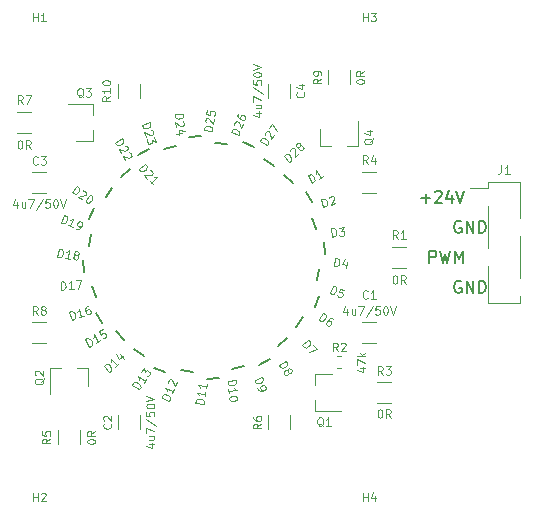
<source format=gbr>
G04 #@! TF.GenerationSoftware,KiCad,Pcbnew,5.1.8-db9833491~87~ubuntu20.04.1*
G04 #@! TF.CreationDate,2020-11-24T17:51:12+00:00*
G04 #@! TF.ProjectId,LEDring,4c454472-696e-4672-9e6b-696361645f70,rev?*
G04 #@! TF.SameCoordinates,Original*
G04 #@! TF.FileFunction,Legend,Top*
G04 #@! TF.FilePolarity,Positive*
%FSLAX46Y46*%
G04 Gerber Fmt 4.6, Leading zero omitted, Abs format (unit mm)*
G04 Created by KiCad (PCBNEW 5.1.8-db9833491~87~ubuntu20.04.1) date 2020-11-24 17:51:12*
%MOMM*%
%LPD*%
G01*
G04 APERTURE LIST*
%ADD10C,0.150000*%
%ADD11C,0.120000*%
%ADD12C,0.110000*%
G04 APERTURE END LIST*
D10*
X199546785Y-73160000D02*
X199451547Y-73112380D01*
X199308690Y-73112380D01*
X199165833Y-73160000D01*
X199070595Y-73255238D01*
X199022976Y-73350476D01*
X198975357Y-73540952D01*
X198975357Y-73683809D01*
X199022976Y-73874285D01*
X199070595Y-73969523D01*
X199165833Y-74064761D01*
X199308690Y-74112380D01*
X199403928Y-74112380D01*
X199546785Y-74064761D01*
X199594404Y-74017142D01*
X199594404Y-73683809D01*
X199403928Y-73683809D01*
X200022976Y-74112380D02*
X200022976Y-73112380D01*
X200594404Y-74112380D01*
X200594404Y-73112380D01*
X201070595Y-74112380D02*
X201070595Y-73112380D01*
X201308690Y-73112380D01*
X201451547Y-73160000D01*
X201546785Y-73255238D01*
X201594404Y-73350476D01*
X201642023Y-73540952D01*
X201642023Y-73683809D01*
X201594404Y-73874285D01*
X201546785Y-73969523D01*
X201451547Y-74064761D01*
X201308690Y-74112380D01*
X201070595Y-74112380D01*
X199546785Y-78240000D02*
X199451547Y-78192380D01*
X199308690Y-78192380D01*
X199165833Y-78240000D01*
X199070595Y-78335238D01*
X199022976Y-78430476D01*
X198975357Y-78620952D01*
X198975357Y-78763809D01*
X199022976Y-78954285D01*
X199070595Y-79049523D01*
X199165833Y-79144761D01*
X199308690Y-79192380D01*
X199403928Y-79192380D01*
X199546785Y-79144761D01*
X199594404Y-79097142D01*
X199594404Y-78763809D01*
X199403928Y-78763809D01*
X200022976Y-79192380D02*
X200022976Y-78192380D01*
X200594404Y-79192380D01*
X200594404Y-78192380D01*
X201070595Y-79192380D02*
X201070595Y-78192380D01*
X201308690Y-78192380D01*
X201451547Y-78240000D01*
X201546785Y-78335238D01*
X201594404Y-78430476D01*
X201642023Y-78620952D01*
X201642023Y-78763809D01*
X201594404Y-78954285D01*
X201546785Y-79049523D01*
X201451547Y-79144761D01*
X201308690Y-79192380D01*
X201070595Y-79192380D01*
X196879880Y-76652380D02*
X196879880Y-75652380D01*
X197260833Y-75652380D01*
X197356071Y-75700000D01*
X197403690Y-75747619D01*
X197451309Y-75842857D01*
X197451309Y-75985714D01*
X197403690Y-76080952D01*
X197356071Y-76128571D01*
X197260833Y-76176190D01*
X196879880Y-76176190D01*
X197784642Y-75652380D02*
X198022738Y-76652380D01*
X198213214Y-75938095D01*
X198403690Y-76652380D01*
X198641785Y-75652380D01*
X199022738Y-76652380D02*
X199022738Y-75652380D01*
X199356071Y-76366666D01*
X199689404Y-75652380D01*
X199689404Y-76652380D01*
X196165595Y-71191428D02*
X196927500Y-71191428D01*
X196546547Y-71572380D02*
X196546547Y-70810476D01*
X197356071Y-70667619D02*
X197403690Y-70620000D01*
X197498928Y-70572380D01*
X197737023Y-70572380D01*
X197832261Y-70620000D01*
X197879880Y-70667619D01*
X197927500Y-70762857D01*
X197927500Y-70858095D01*
X197879880Y-71000952D01*
X197308452Y-71572380D01*
X197927500Y-71572380D01*
X198784642Y-70905714D02*
X198784642Y-71572380D01*
X198546547Y-70524761D02*
X198308452Y-71239047D01*
X198927500Y-71239047D01*
X199165595Y-70572380D02*
X199498928Y-71572380D01*
X199832261Y-70572380D01*
D11*
G04 #@! TO.C,Q1*
X187200000Y-86050000D02*
X187200000Y-86980000D01*
X187200000Y-89210000D02*
X187200000Y-88280000D01*
X187200000Y-89210000D02*
X189360000Y-89210000D01*
X187200000Y-86050000D02*
X188660000Y-86050000D01*
G04 #@! TO.C,R2*
X189067221Y-84580000D02*
X189392779Y-84580000D01*
X189067221Y-85600000D02*
X189392779Y-85600000D01*
G04 #@! TO.C,R4*
X192372064Y-70760000D02*
X191167936Y-70760000D01*
X192372064Y-68940000D02*
X191167936Y-68940000D01*
G04 #@! TO.C,R6*
X185060000Y-90772064D02*
X185060000Y-89567936D01*
X183240000Y-90772064D02*
X183240000Y-89567936D01*
G04 #@! TO.C,R8*
X163227936Y-81640000D02*
X164432064Y-81640000D01*
X163227936Y-83460000D02*
X164432064Y-83460000D01*
G04 #@! TO.C,R10*
X170540000Y-61497936D02*
X170540000Y-62702064D01*
X172360000Y-61497936D02*
X172360000Y-62702064D01*
G04 #@! TO.C,C1*
X192372064Y-83460000D02*
X191167936Y-83460000D01*
X192372064Y-81640000D02*
X191167936Y-81640000D01*
G04 #@! TO.C,C2*
X172360000Y-90772064D02*
X172360000Y-89567936D01*
X170540000Y-90772064D02*
X170540000Y-89567936D01*
G04 #@! TO.C,C3*
X163227936Y-68940000D02*
X164432064Y-68940000D01*
X163227936Y-70760000D02*
X164432064Y-70760000D01*
G04 #@! TO.C,C4*
X183240000Y-61497936D02*
X183240000Y-62702064D01*
X185060000Y-61497936D02*
X185060000Y-62702064D01*
G04 #@! TO.C,J1*
X201870000Y-69790000D02*
X204530000Y-69790000D01*
X201870000Y-80070000D02*
X204530000Y-80070000D01*
X204530000Y-69790000D02*
X204530000Y-72900000D01*
X201870000Y-70360000D02*
X200350000Y-70360000D01*
X201870000Y-69790000D02*
X201870000Y-70360000D01*
X204530000Y-79500000D02*
X204530000Y-80070000D01*
X204530000Y-74420000D02*
X204530000Y-77980000D01*
X201870000Y-71880000D02*
X201870000Y-75440000D01*
X201870000Y-76960000D02*
X201870000Y-80070000D01*
G04 #@! TO.C,Q2*
X167950000Y-85600000D02*
X167950000Y-87060000D01*
X164790000Y-85600000D02*
X164790000Y-87760000D01*
X164790000Y-85600000D02*
X165720000Y-85600000D01*
X167950000Y-85600000D02*
X167020000Y-85600000D01*
G04 #@! TO.C,Q3*
X168400000Y-66350000D02*
X166940000Y-66350000D01*
X168400000Y-63190000D02*
X166240000Y-63190000D01*
X168400000Y-63190000D02*
X168400000Y-64120000D01*
X168400000Y-66350000D02*
X168400000Y-65420000D01*
G04 #@! TO.C,Q4*
X187650000Y-66800000D02*
X188580000Y-66800000D01*
X190810000Y-66800000D02*
X189880000Y-66800000D01*
X190810000Y-66800000D02*
X190810000Y-64640000D01*
X187650000Y-66800000D02*
X187650000Y-65340000D01*
G04 #@! TO.C,R3*
X192437936Y-88540000D02*
X193642064Y-88540000D01*
X192437936Y-86720000D02*
X193642064Y-86720000D01*
G04 #@! TO.C,R5*
X167280000Y-90837936D02*
X167280000Y-92042064D01*
X165460000Y-90837936D02*
X165460000Y-92042064D01*
G04 #@! TO.C,R7*
X163162064Y-63860000D02*
X161957936Y-63860000D01*
X163162064Y-65680000D02*
X161957936Y-65680000D01*
G04 #@! TO.C,R9*
X188320000Y-61562064D02*
X188320000Y-60357936D01*
X190140000Y-61562064D02*
X190140000Y-60357936D01*
D10*
G04 #@! TO.C,D1*
X186426270Y-70633059D02*
X186934270Y-71512941D01*
G04 #@! TO.C,D2*
X187262301Y-73812629D02*
X186963556Y-72841543D01*
G04 #@! TO.C,D3*
X187987196Y-74927085D02*
X188063374Y-75940225D01*
G04 #@! TO.C,D4*
X187361192Y-78154706D02*
X187513120Y-77150130D01*
G04 #@! TO.C,D5*
X187530546Y-79473102D02*
X187159831Y-80419055D01*
G04 #@! TO.C,D6*
X185566300Y-82109722D02*
X186138842Y-81270406D01*
G04 #@! TO.C,D8*
X183366941Y-84826270D02*
X182487059Y-85334270D01*
G04 #@! TO.C,D9*
X180187371Y-85662301D02*
X181158457Y-85363556D01*
G04 #@! TO.C,D10*
X179072915Y-86387196D02*
X178059775Y-86463374D01*
G04 #@! TO.C,D11*
X175845294Y-85761192D02*
X176849870Y-85913120D01*
G04 #@! TO.C,D12*
X174526898Y-85930546D02*
X173580945Y-85559831D01*
G04 #@! TO.C,D13*
X171890278Y-83966300D02*
X172729594Y-84538842D01*
G04 #@! TO.C,D15*
X169173730Y-81766941D02*
X168665730Y-80887059D01*
G04 #@! TO.C,D16*
X168337699Y-78587371D02*
X168636444Y-79558457D01*
G04 #@! TO.C,D17*
X167612804Y-77472915D02*
X167536626Y-76459775D01*
G04 #@! TO.C,D18*
X168238808Y-74245294D02*
X168086880Y-75249870D01*
G04 #@! TO.C,D19*
X168069454Y-72926898D02*
X168440169Y-71980945D01*
G04 #@! TO.C,D20*
X170033700Y-70290278D02*
X169461158Y-71129594D01*
G04 #@! TO.C,D22*
X172233059Y-67573730D02*
X173112941Y-67065730D01*
G04 #@! TO.C,D23*
X175412629Y-66737699D02*
X174441543Y-67036444D01*
G04 #@! TO.C,D24*
X176527085Y-66012804D02*
X177540225Y-65936626D01*
G04 #@! TO.C,D25*
X179754706Y-66638808D02*
X178750130Y-66486880D01*
G04 #@! TO.C,D26*
X181073102Y-66469454D02*
X182019055Y-66840169D01*
G04 #@! TO.C,D27*
X183709722Y-68433700D02*
X182870406Y-67861158D01*
D11*
G04 #@! TO.C,R1*
X194912064Y-75290000D02*
X193707936Y-75290000D01*
X194912064Y-77110000D02*
X193707936Y-77110000D01*
D10*
G04 #@! TO.C,D7*
X184056665Y-83690240D02*
X184800929Y-82998628D01*
G04 #@! TO.C,D14*
X170309760Y-82456665D02*
X171001372Y-83200929D01*
G04 #@! TO.C,D21*
X171543335Y-68709760D02*
X170799071Y-69401372D01*
G04 #@! TO.C,D28*
X185290240Y-69943335D02*
X184598628Y-69199071D01*
G04 #@! TO.C,Q1*
D12*
X187893333Y-90513333D02*
X187826666Y-90480000D01*
X187760000Y-90413333D01*
X187660000Y-90313333D01*
X187593333Y-90280000D01*
X187526666Y-90280000D01*
X187560000Y-90446666D02*
X187493333Y-90413333D01*
X187426666Y-90346666D01*
X187393333Y-90213333D01*
X187393333Y-89980000D01*
X187426666Y-89846666D01*
X187493333Y-89780000D01*
X187560000Y-89746666D01*
X187693333Y-89746666D01*
X187760000Y-89780000D01*
X187826666Y-89846666D01*
X187860000Y-89980000D01*
X187860000Y-90213333D01*
X187826666Y-90346666D01*
X187760000Y-90413333D01*
X187693333Y-90446666D01*
X187560000Y-90446666D01*
X188526666Y-90446666D02*
X188126666Y-90446666D01*
X188326666Y-90446666D02*
X188326666Y-89746666D01*
X188260000Y-89846666D01*
X188193333Y-89913333D01*
X188126666Y-89946666D01*
G04 #@! TO.C,R2*
X189113333Y-84136666D02*
X188880000Y-83803333D01*
X188713333Y-84136666D02*
X188713333Y-83436666D01*
X188980000Y-83436666D01*
X189046666Y-83470000D01*
X189080000Y-83503333D01*
X189113333Y-83570000D01*
X189113333Y-83670000D01*
X189080000Y-83736666D01*
X189046666Y-83770000D01*
X188980000Y-83803333D01*
X188713333Y-83803333D01*
X189380000Y-83503333D02*
X189413333Y-83470000D01*
X189480000Y-83436666D01*
X189646666Y-83436666D01*
X189713333Y-83470000D01*
X189746666Y-83503333D01*
X189780000Y-83570000D01*
X189780000Y-83636666D01*
X189746666Y-83736666D01*
X189346666Y-84136666D01*
X189780000Y-84136666D01*
X190985000Y-85573333D02*
X191451666Y-85573333D01*
X190718333Y-85740000D02*
X191218333Y-85906666D01*
X191218333Y-85473333D01*
X190751666Y-85273333D02*
X190751666Y-84806666D01*
X191451666Y-85106666D01*
X191451666Y-84540000D02*
X190751666Y-84540000D01*
X191185000Y-84473333D02*
X191451666Y-84273333D01*
X190985000Y-84273333D02*
X191251666Y-84540000D01*
G04 #@! TO.C,R4*
X191653333Y-68261666D02*
X191420000Y-67928333D01*
X191253333Y-68261666D02*
X191253333Y-67561666D01*
X191520000Y-67561666D01*
X191586666Y-67595000D01*
X191620000Y-67628333D01*
X191653333Y-67695000D01*
X191653333Y-67795000D01*
X191620000Y-67861666D01*
X191586666Y-67895000D01*
X191520000Y-67928333D01*
X191253333Y-67928333D01*
X192253333Y-67795000D02*
X192253333Y-68261666D01*
X192086666Y-67528333D02*
X191920000Y-68028333D01*
X192353333Y-68028333D01*
G04 #@! TO.C,R6*
X182646666Y-90286666D02*
X182313333Y-90520000D01*
X182646666Y-90686666D02*
X181946666Y-90686666D01*
X181946666Y-90420000D01*
X181980000Y-90353333D01*
X182013333Y-90320000D01*
X182080000Y-90286666D01*
X182180000Y-90286666D01*
X182246666Y-90320000D01*
X182280000Y-90353333D01*
X182313333Y-90420000D01*
X182313333Y-90686666D01*
X181946666Y-89686666D02*
X181946666Y-89820000D01*
X181980000Y-89886666D01*
X182013333Y-89920000D01*
X182113333Y-89986666D01*
X182246666Y-90020000D01*
X182513333Y-90020000D01*
X182580000Y-89986666D01*
X182613333Y-89953333D01*
X182646666Y-89886666D01*
X182646666Y-89753333D01*
X182613333Y-89686666D01*
X182580000Y-89653333D01*
X182513333Y-89620000D01*
X182346666Y-89620000D01*
X182280000Y-89653333D01*
X182246666Y-89686666D01*
X182213333Y-89753333D01*
X182213333Y-89886666D01*
X182246666Y-89953333D01*
X182280000Y-89986666D01*
X182346666Y-90020000D01*
G04 #@! TO.C,R8*
X163713333Y-81046666D02*
X163480000Y-80713333D01*
X163313333Y-81046666D02*
X163313333Y-80346666D01*
X163580000Y-80346666D01*
X163646666Y-80380000D01*
X163680000Y-80413333D01*
X163713333Y-80480000D01*
X163713333Y-80580000D01*
X163680000Y-80646666D01*
X163646666Y-80680000D01*
X163580000Y-80713333D01*
X163313333Y-80713333D01*
X164113333Y-80646666D02*
X164046666Y-80613333D01*
X164013333Y-80580000D01*
X163980000Y-80513333D01*
X163980000Y-80480000D01*
X164013333Y-80413333D01*
X164046666Y-80380000D01*
X164113333Y-80346666D01*
X164246666Y-80346666D01*
X164313333Y-80380000D01*
X164346666Y-80413333D01*
X164380000Y-80480000D01*
X164380000Y-80513333D01*
X164346666Y-80580000D01*
X164313333Y-80613333D01*
X164246666Y-80646666D01*
X164113333Y-80646666D01*
X164046666Y-80680000D01*
X164013333Y-80713333D01*
X163980000Y-80780000D01*
X163980000Y-80913333D01*
X164013333Y-80980000D01*
X164046666Y-81013333D01*
X164113333Y-81046666D01*
X164246666Y-81046666D01*
X164313333Y-81013333D01*
X164346666Y-80980000D01*
X164380000Y-80913333D01*
X164380000Y-80780000D01*
X164346666Y-80713333D01*
X164313333Y-80680000D01*
X164246666Y-80646666D01*
G04 #@! TO.C,R10*
X169861666Y-62550000D02*
X169528333Y-62783333D01*
X169861666Y-62950000D02*
X169161666Y-62950000D01*
X169161666Y-62683333D01*
X169195000Y-62616666D01*
X169228333Y-62583333D01*
X169295000Y-62550000D01*
X169395000Y-62550000D01*
X169461666Y-62583333D01*
X169495000Y-62616666D01*
X169528333Y-62683333D01*
X169528333Y-62950000D01*
X169861666Y-61883333D02*
X169861666Y-62283333D01*
X169861666Y-62083333D02*
X169161666Y-62083333D01*
X169261666Y-62150000D01*
X169328333Y-62216666D01*
X169361666Y-62283333D01*
X169161666Y-61450000D02*
X169161666Y-61383333D01*
X169195000Y-61316666D01*
X169228333Y-61283333D01*
X169295000Y-61250000D01*
X169428333Y-61216666D01*
X169595000Y-61216666D01*
X169728333Y-61250000D01*
X169795000Y-61283333D01*
X169828333Y-61316666D01*
X169861666Y-61383333D01*
X169861666Y-61450000D01*
X169828333Y-61516666D01*
X169795000Y-61550000D01*
X169728333Y-61583333D01*
X169595000Y-61616666D01*
X169428333Y-61616666D01*
X169295000Y-61583333D01*
X169228333Y-61550000D01*
X169195000Y-61516666D01*
X169161666Y-61450000D01*
G04 #@! TO.C,C1*
X191653333Y-79625000D02*
X191620000Y-79658333D01*
X191520000Y-79691666D01*
X191453333Y-79691666D01*
X191353333Y-79658333D01*
X191286666Y-79591666D01*
X191253333Y-79525000D01*
X191220000Y-79391666D01*
X191220000Y-79291666D01*
X191253333Y-79158333D01*
X191286666Y-79091666D01*
X191353333Y-79025000D01*
X191453333Y-78991666D01*
X191520000Y-78991666D01*
X191620000Y-79025000D01*
X191653333Y-79058333D01*
X192320000Y-79691666D02*
X191920000Y-79691666D01*
X192120000Y-79691666D02*
X192120000Y-78991666D01*
X192053333Y-79091666D01*
X191986666Y-79158333D01*
X191920000Y-79191666D01*
X189920000Y-80580000D02*
X189920000Y-81046666D01*
X189753333Y-80313333D02*
X189586666Y-80813333D01*
X190020000Y-80813333D01*
X190586666Y-80580000D02*
X190586666Y-81046666D01*
X190286666Y-80580000D02*
X190286666Y-80946666D01*
X190320000Y-81013333D01*
X190386666Y-81046666D01*
X190486666Y-81046666D01*
X190553333Y-81013333D01*
X190586666Y-80980000D01*
X190853333Y-80346666D02*
X191320000Y-80346666D01*
X191020000Y-81046666D01*
X192086666Y-80313333D02*
X191486666Y-81213333D01*
X192653333Y-80346666D02*
X192320000Y-80346666D01*
X192286666Y-80680000D01*
X192320000Y-80646666D01*
X192386666Y-80613333D01*
X192553333Y-80613333D01*
X192620000Y-80646666D01*
X192653333Y-80680000D01*
X192686666Y-80746666D01*
X192686666Y-80913333D01*
X192653333Y-80980000D01*
X192620000Y-81013333D01*
X192553333Y-81046666D01*
X192386666Y-81046666D01*
X192320000Y-81013333D01*
X192286666Y-80980000D01*
X193120000Y-80346666D02*
X193186666Y-80346666D01*
X193253333Y-80380000D01*
X193286666Y-80413333D01*
X193320000Y-80480000D01*
X193353333Y-80613333D01*
X193353333Y-80780000D01*
X193320000Y-80913333D01*
X193286666Y-80980000D01*
X193253333Y-81013333D01*
X193186666Y-81046666D01*
X193120000Y-81046666D01*
X193053333Y-81013333D01*
X193020000Y-80980000D01*
X192986666Y-80913333D01*
X192953333Y-80780000D01*
X192953333Y-80613333D01*
X192986666Y-80480000D01*
X193020000Y-80413333D01*
X193053333Y-80380000D01*
X193120000Y-80346666D01*
X193553333Y-80346666D02*
X193786666Y-81046666D01*
X194020000Y-80346666D01*
G04 #@! TO.C,C2*
X169880000Y-90286666D02*
X169913333Y-90320000D01*
X169946666Y-90420000D01*
X169946666Y-90486666D01*
X169913333Y-90586666D01*
X169846666Y-90653333D01*
X169780000Y-90686666D01*
X169646666Y-90720000D01*
X169546666Y-90720000D01*
X169413333Y-90686666D01*
X169346666Y-90653333D01*
X169280000Y-90586666D01*
X169246666Y-90486666D01*
X169246666Y-90420000D01*
X169280000Y-90320000D01*
X169313333Y-90286666D01*
X169313333Y-90020000D02*
X169280000Y-89986666D01*
X169246666Y-89920000D01*
X169246666Y-89753333D01*
X169280000Y-89686666D01*
X169313333Y-89653333D01*
X169380000Y-89620000D01*
X169446666Y-89620000D01*
X169546666Y-89653333D01*
X169946666Y-90053333D01*
X169946666Y-89620000D01*
X173120000Y-92020000D02*
X173586666Y-92020000D01*
X172853333Y-92186666D02*
X173353333Y-92353333D01*
X173353333Y-91920000D01*
X173120000Y-91353333D02*
X173586666Y-91353333D01*
X173120000Y-91653333D02*
X173486666Y-91653333D01*
X173553333Y-91620000D01*
X173586666Y-91553333D01*
X173586666Y-91453333D01*
X173553333Y-91386666D01*
X173520000Y-91353333D01*
X172886666Y-91086666D02*
X172886666Y-90620000D01*
X173586666Y-90920000D01*
X172853333Y-89853333D02*
X173753333Y-90453333D01*
X172886666Y-89286666D02*
X172886666Y-89620000D01*
X173220000Y-89653333D01*
X173186666Y-89620000D01*
X173153333Y-89553333D01*
X173153333Y-89386666D01*
X173186666Y-89320000D01*
X173220000Y-89286666D01*
X173286666Y-89253333D01*
X173453333Y-89253333D01*
X173520000Y-89286666D01*
X173553333Y-89320000D01*
X173586666Y-89386666D01*
X173586666Y-89553333D01*
X173553333Y-89620000D01*
X173520000Y-89653333D01*
X172886666Y-88820000D02*
X172886666Y-88753333D01*
X172920000Y-88686666D01*
X172953333Y-88653333D01*
X173020000Y-88620000D01*
X173153333Y-88586666D01*
X173320000Y-88586666D01*
X173453333Y-88620000D01*
X173520000Y-88653333D01*
X173553333Y-88686666D01*
X173586666Y-88753333D01*
X173586666Y-88820000D01*
X173553333Y-88886666D01*
X173520000Y-88920000D01*
X173453333Y-88953333D01*
X173320000Y-88986666D01*
X173153333Y-88986666D01*
X173020000Y-88953333D01*
X172953333Y-88920000D01*
X172920000Y-88886666D01*
X172886666Y-88820000D01*
X172886666Y-88386666D02*
X173586666Y-88153333D01*
X172886666Y-87920000D01*
G04 #@! TO.C,C3*
X163713333Y-68280000D02*
X163680000Y-68313333D01*
X163580000Y-68346666D01*
X163513333Y-68346666D01*
X163413333Y-68313333D01*
X163346666Y-68246666D01*
X163313333Y-68180000D01*
X163280000Y-68046666D01*
X163280000Y-67946666D01*
X163313333Y-67813333D01*
X163346666Y-67746666D01*
X163413333Y-67680000D01*
X163513333Y-67646666D01*
X163580000Y-67646666D01*
X163680000Y-67680000D01*
X163713333Y-67713333D01*
X163946666Y-67646666D02*
X164380000Y-67646666D01*
X164146666Y-67913333D01*
X164246666Y-67913333D01*
X164313333Y-67946666D01*
X164346666Y-67980000D01*
X164380000Y-68046666D01*
X164380000Y-68213333D01*
X164346666Y-68280000D01*
X164313333Y-68313333D01*
X164246666Y-68346666D01*
X164046666Y-68346666D01*
X163980000Y-68313333D01*
X163946666Y-68280000D01*
X161980000Y-71520000D02*
X161980000Y-71986666D01*
X161813333Y-71253333D02*
X161646666Y-71753333D01*
X162080000Y-71753333D01*
X162646666Y-71520000D02*
X162646666Y-71986666D01*
X162346666Y-71520000D02*
X162346666Y-71886666D01*
X162380000Y-71953333D01*
X162446666Y-71986666D01*
X162546666Y-71986666D01*
X162613333Y-71953333D01*
X162646666Y-71920000D01*
X162913333Y-71286666D02*
X163380000Y-71286666D01*
X163080000Y-71986666D01*
X164146666Y-71253333D02*
X163546666Y-72153333D01*
X164713333Y-71286666D02*
X164380000Y-71286666D01*
X164346666Y-71620000D01*
X164380000Y-71586666D01*
X164446666Y-71553333D01*
X164613333Y-71553333D01*
X164680000Y-71586666D01*
X164713333Y-71620000D01*
X164746666Y-71686666D01*
X164746666Y-71853333D01*
X164713333Y-71920000D01*
X164680000Y-71953333D01*
X164613333Y-71986666D01*
X164446666Y-71986666D01*
X164380000Y-71953333D01*
X164346666Y-71920000D01*
X165180000Y-71286666D02*
X165246666Y-71286666D01*
X165313333Y-71320000D01*
X165346666Y-71353333D01*
X165380000Y-71420000D01*
X165413333Y-71553333D01*
X165413333Y-71720000D01*
X165380000Y-71853333D01*
X165346666Y-71920000D01*
X165313333Y-71953333D01*
X165246666Y-71986666D01*
X165180000Y-71986666D01*
X165113333Y-71953333D01*
X165080000Y-71920000D01*
X165046666Y-71853333D01*
X165013333Y-71720000D01*
X165013333Y-71553333D01*
X165046666Y-71420000D01*
X165080000Y-71353333D01*
X165113333Y-71320000D01*
X165180000Y-71286666D01*
X165613333Y-71286666D02*
X165846666Y-71986666D01*
X166080000Y-71286666D01*
G04 #@! TO.C,C4*
X186220000Y-62216666D02*
X186253333Y-62250000D01*
X186286666Y-62350000D01*
X186286666Y-62416666D01*
X186253333Y-62516666D01*
X186186666Y-62583333D01*
X186120000Y-62616666D01*
X185986666Y-62650000D01*
X185886666Y-62650000D01*
X185753333Y-62616666D01*
X185686666Y-62583333D01*
X185620000Y-62516666D01*
X185586666Y-62416666D01*
X185586666Y-62350000D01*
X185620000Y-62250000D01*
X185653333Y-62216666D01*
X185820000Y-61616666D02*
X186286666Y-61616666D01*
X185553333Y-61783333D02*
X186053333Y-61950000D01*
X186053333Y-61516666D01*
X182180000Y-63950000D02*
X182646666Y-63950000D01*
X181913333Y-64116666D02*
X182413333Y-64283333D01*
X182413333Y-63850000D01*
X182180000Y-63283333D02*
X182646666Y-63283333D01*
X182180000Y-63583333D02*
X182546666Y-63583333D01*
X182613333Y-63550000D01*
X182646666Y-63483333D01*
X182646666Y-63383333D01*
X182613333Y-63316666D01*
X182580000Y-63283333D01*
X181946666Y-63016666D02*
X181946666Y-62550000D01*
X182646666Y-62850000D01*
X181913333Y-61783333D02*
X182813333Y-62383333D01*
X181946666Y-61216666D02*
X181946666Y-61550000D01*
X182280000Y-61583333D01*
X182246666Y-61550000D01*
X182213333Y-61483333D01*
X182213333Y-61316666D01*
X182246666Y-61250000D01*
X182280000Y-61216666D01*
X182346666Y-61183333D01*
X182513333Y-61183333D01*
X182580000Y-61216666D01*
X182613333Y-61250000D01*
X182646666Y-61316666D01*
X182646666Y-61483333D01*
X182613333Y-61550000D01*
X182580000Y-61583333D01*
X181946666Y-60750000D02*
X181946666Y-60683333D01*
X181980000Y-60616666D01*
X182013333Y-60583333D01*
X182080000Y-60550000D01*
X182213333Y-60516666D01*
X182380000Y-60516666D01*
X182513333Y-60550000D01*
X182580000Y-60583333D01*
X182613333Y-60616666D01*
X182646666Y-60683333D01*
X182646666Y-60750000D01*
X182613333Y-60816666D01*
X182580000Y-60850000D01*
X182513333Y-60883333D01*
X182380000Y-60916666D01*
X182213333Y-60916666D01*
X182080000Y-60883333D01*
X182013333Y-60850000D01*
X181980000Y-60816666D01*
X181946666Y-60750000D01*
X181946666Y-60316666D02*
X182646666Y-60083333D01*
X181946666Y-59850000D01*
G04 #@! TO.C,H1*
X163296666Y-56196666D02*
X163296666Y-55496666D01*
X163296666Y-55830000D02*
X163696666Y-55830000D01*
X163696666Y-56196666D02*
X163696666Y-55496666D01*
X164396666Y-56196666D02*
X163996666Y-56196666D01*
X164196666Y-56196666D02*
X164196666Y-55496666D01*
X164130000Y-55596666D01*
X164063333Y-55663333D01*
X163996666Y-55696666D01*
G04 #@! TO.C,H2*
X163296666Y-96836666D02*
X163296666Y-96136666D01*
X163296666Y-96470000D02*
X163696666Y-96470000D01*
X163696666Y-96836666D02*
X163696666Y-96136666D01*
X163996666Y-96203333D02*
X164030000Y-96170000D01*
X164096666Y-96136666D01*
X164263333Y-96136666D01*
X164330000Y-96170000D01*
X164363333Y-96203333D01*
X164396666Y-96270000D01*
X164396666Y-96336666D01*
X164363333Y-96436666D01*
X163963333Y-96836666D01*
X164396666Y-96836666D01*
G04 #@! TO.C,H3*
X191236666Y-56196666D02*
X191236666Y-55496666D01*
X191236666Y-55830000D02*
X191636666Y-55830000D01*
X191636666Y-56196666D02*
X191636666Y-55496666D01*
X191903333Y-55496666D02*
X192336666Y-55496666D01*
X192103333Y-55763333D01*
X192203333Y-55763333D01*
X192270000Y-55796666D01*
X192303333Y-55830000D01*
X192336666Y-55896666D01*
X192336666Y-56063333D01*
X192303333Y-56130000D01*
X192270000Y-56163333D01*
X192203333Y-56196666D01*
X192003333Y-56196666D01*
X191936666Y-56163333D01*
X191903333Y-56130000D01*
G04 #@! TO.C,H4*
X191236666Y-96836666D02*
X191236666Y-96136666D01*
X191236666Y-96470000D02*
X191636666Y-96470000D01*
X191636666Y-96836666D02*
X191636666Y-96136666D01*
X192270000Y-96370000D02*
X192270000Y-96836666D01*
X192103333Y-96103333D02*
X191936666Y-96603333D01*
X192370000Y-96603333D01*
G04 #@! TO.C,J1*
X202966666Y-68406666D02*
X202966666Y-68906666D01*
X202933333Y-69006666D01*
X202866666Y-69073333D01*
X202766666Y-69106666D01*
X202700000Y-69106666D01*
X203666666Y-69106666D02*
X203266666Y-69106666D01*
X203466666Y-69106666D02*
X203466666Y-68406666D01*
X203400000Y-68506666D01*
X203333333Y-68573333D01*
X203266666Y-68606666D01*
G04 #@! TO.C,Q2*
X164253333Y-86426666D02*
X164220000Y-86493333D01*
X164153333Y-86560000D01*
X164053333Y-86660000D01*
X164020000Y-86726666D01*
X164020000Y-86793333D01*
X164186666Y-86760000D02*
X164153333Y-86826666D01*
X164086666Y-86893333D01*
X163953333Y-86926666D01*
X163720000Y-86926666D01*
X163586666Y-86893333D01*
X163520000Y-86826666D01*
X163486666Y-86760000D01*
X163486666Y-86626666D01*
X163520000Y-86560000D01*
X163586666Y-86493333D01*
X163720000Y-86460000D01*
X163953333Y-86460000D01*
X164086666Y-86493333D01*
X164153333Y-86560000D01*
X164186666Y-86626666D01*
X164186666Y-86760000D01*
X163553333Y-86193333D02*
X163520000Y-86160000D01*
X163486666Y-86093333D01*
X163486666Y-85926666D01*
X163520000Y-85860000D01*
X163553333Y-85826666D01*
X163620000Y-85793333D01*
X163686666Y-85793333D01*
X163786666Y-85826666D01*
X164186666Y-86226666D01*
X164186666Y-85793333D01*
G04 #@! TO.C,Q3*
X167573333Y-62653333D02*
X167506666Y-62620000D01*
X167440000Y-62553333D01*
X167340000Y-62453333D01*
X167273333Y-62420000D01*
X167206666Y-62420000D01*
X167240000Y-62586666D02*
X167173333Y-62553333D01*
X167106666Y-62486666D01*
X167073333Y-62353333D01*
X167073333Y-62120000D01*
X167106666Y-61986666D01*
X167173333Y-61920000D01*
X167240000Y-61886666D01*
X167373333Y-61886666D01*
X167440000Y-61920000D01*
X167506666Y-61986666D01*
X167540000Y-62120000D01*
X167540000Y-62353333D01*
X167506666Y-62486666D01*
X167440000Y-62553333D01*
X167373333Y-62586666D01*
X167240000Y-62586666D01*
X167773333Y-61886666D02*
X168206666Y-61886666D01*
X167973333Y-62153333D01*
X168073333Y-62153333D01*
X168140000Y-62186666D01*
X168173333Y-62220000D01*
X168206666Y-62286666D01*
X168206666Y-62453333D01*
X168173333Y-62520000D01*
X168140000Y-62553333D01*
X168073333Y-62586666D01*
X167873333Y-62586666D01*
X167806666Y-62553333D01*
X167773333Y-62520000D01*
G04 #@! TO.C,Q4*
X192113333Y-66106666D02*
X192080000Y-66173333D01*
X192013333Y-66240000D01*
X191913333Y-66340000D01*
X191880000Y-66406666D01*
X191880000Y-66473333D01*
X192046666Y-66440000D02*
X192013333Y-66506666D01*
X191946666Y-66573333D01*
X191813333Y-66606666D01*
X191580000Y-66606666D01*
X191446666Y-66573333D01*
X191380000Y-66506666D01*
X191346666Y-66440000D01*
X191346666Y-66306666D01*
X191380000Y-66240000D01*
X191446666Y-66173333D01*
X191580000Y-66140000D01*
X191813333Y-66140000D01*
X191946666Y-66173333D01*
X192013333Y-66240000D01*
X192046666Y-66306666D01*
X192046666Y-66440000D01*
X191580000Y-65540000D02*
X192046666Y-65540000D01*
X191313333Y-65706666D02*
X191813333Y-65873333D01*
X191813333Y-65440000D01*
G04 #@! TO.C,R3*
X192923333Y-86126666D02*
X192690000Y-85793333D01*
X192523333Y-86126666D02*
X192523333Y-85426666D01*
X192790000Y-85426666D01*
X192856666Y-85460000D01*
X192890000Y-85493333D01*
X192923333Y-85560000D01*
X192923333Y-85660000D01*
X192890000Y-85726666D01*
X192856666Y-85760000D01*
X192790000Y-85793333D01*
X192523333Y-85793333D01*
X193156666Y-85426666D02*
X193590000Y-85426666D01*
X193356666Y-85693333D01*
X193456666Y-85693333D01*
X193523333Y-85726666D01*
X193556666Y-85760000D01*
X193590000Y-85826666D01*
X193590000Y-85993333D01*
X193556666Y-86060000D01*
X193523333Y-86093333D01*
X193456666Y-86126666D01*
X193256666Y-86126666D01*
X193190000Y-86093333D01*
X193156666Y-86060000D01*
X192656666Y-89066666D02*
X192723333Y-89066666D01*
X192790000Y-89100000D01*
X192823333Y-89133333D01*
X192856666Y-89200000D01*
X192890000Y-89333333D01*
X192890000Y-89500000D01*
X192856666Y-89633333D01*
X192823333Y-89700000D01*
X192790000Y-89733333D01*
X192723333Y-89766666D01*
X192656666Y-89766666D01*
X192590000Y-89733333D01*
X192556666Y-89700000D01*
X192523333Y-89633333D01*
X192490000Y-89500000D01*
X192490000Y-89333333D01*
X192523333Y-89200000D01*
X192556666Y-89133333D01*
X192590000Y-89100000D01*
X192656666Y-89066666D01*
X193590000Y-89766666D02*
X193356666Y-89433333D01*
X193190000Y-89766666D02*
X193190000Y-89066666D01*
X193456666Y-89066666D01*
X193523333Y-89100000D01*
X193556666Y-89133333D01*
X193590000Y-89200000D01*
X193590000Y-89300000D01*
X193556666Y-89366666D01*
X193523333Y-89400000D01*
X193456666Y-89433333D01*
X193190000Y-89433333D01*
G04 #@! TO.C,R5*
X164781666Y-91556666D02*
X164448333Y-91790000D01*
X164781666Y-91956666D02*
X164081666Y-91956666D01*
X164081666Y-91690000D01*
X164115000Y-91623333D01*
X164148333Y-91590000D01*
X164215000Y-91556666D01*
X164315000Y-91556666D01*
X164381666Y-91590000D01*
X164415000Y-91623333D01*
X164448333Y-91690000D01*
X164448333Y-91956666D01*
X164081666Y-90923333D02*
X164081666Y-91256666D01*
X164415000Y-91290000D01*
X164381666Y-91256666D01*
X164348333Y-91190000D01*
X164348333Y-91023333D01*
X164381666Y-90956666D01*
X164415000Y-90923333D01*
X164481666Y-90890000D01*
X164648333Y-90890000D01*
X164715000Y-90923333D01*
X164748333Y-90956666D01*
X164781666Y-91023333D01*
X164781666Y-91190000D01*
X164748333Y-91256666D01*
X164715000Y-91290000D01*
X167891666Y-91823333D02*
X167891666Y-91756666D01*
X167925000Y-91690000D01*
X167958333Y-91656666D01*
X168025000Y-91623333D01*
X168158333Y-91590000D01*
X168325000Y-91590000D01*
X168458333Y-91623333D01*
X168525000Y-91656666D01*
X168558333Y-91690000D01*
X168591666Y-91756666D01*
X168591666Y-91823333D01*
X168558333Y-91890000D01*
X168525000Y-91923333D01*
X168458333Y-91956666D01*
X168325000Y-91990000D01*
X168158333Y-91990000D01*
X168025000Y-91956666D01*
X167958333Y-91923333D01*
X167925000Y-91890000D01*
X167891666Y-91823333D01*
X168591666Y-90890000D02*
X168258333Y-91123333D01*
X168591666Y-91290000D02*
X167891666Y-91290000D01*
X167891666Y-91023333D01*
X167925000Y-90956666D01*
X167958333Y-90923333D01*
X168025000Y-90890000D01*
X168125000Y-90890000D01*
X168191666Y-90923333D01*
X168225000Y-90956666D01*
X168258333Y-91023333D01*
X168258333Y-91290000D01*
G04 #@! TO.C,R7*
X162443333Y-63181666D02*
X162210000Y-62848333D01*
X162043333Y-63181666D02*
X162043333Y-62481666D01*
X162310000Y-62481666D01*
X162376666Y-62515000D01*
X162410000Y-62548333D01*
X162443333Y-62615000D01*
X162443333Y-62715000D01*
X162410000Y-62781666D01*
X162376666Y-62815000D01*
X162310000Y-62848333D01*
X162043333Y-62848333D01*
X162676666Y-62481666D02*
X163143333Y-62481666D01*
X162843333Y-63181666D01*
X162176666Y-66291666D02*
X162243333Y-66291666D01*
X162310000Y-66325000D01*
X162343333Y-66358333D01*
X162376666Y-66425000D01*
X162410000Y-66558333D01*
X162410000Y-66725000D01*
X162376666Y-66858333D01*
X162343333Y-66925000D01*
X162310000Y-66958333D01*
X162243333Y-66991666D01*
X162176666Y-66991666D01*
X162110000Y-66958333D01*
X162076666Y-66925000D01*
X162043333Y-66858333D01*
X162010000Y-66725000D01*
X162010000Y-66558333D01*
X162043333Y-66425000D01*
X162076666Y-66358333D01*
X162110000Y-66325000D01*
X162176666Y-66291666D01*
X163110000Y-66991666D02*
X162876666Y-66658333D01*
X162710000Y-66991666D02*
X162710000Y-66291666D01*
X162976666Y-66291666D01*
X163043333Y-66325000D01*
X163076666Y-66358333D01*
X163110000Y-66425000D01*
X163110000Y-66525000D01*
X163076666Y-66591666D01*
X163043333Y-66625000D01*
X162976666Y-66658333D01*
X162710000Y-66658333D01*
G04 #@! TO.C,R9*
X187726666Y-61076666D02*
X187393333Y-61310000D01*
X187726666Y-61476666D02*
X187026666Y-61476666D01*
X187026666Y-61210000D01*
X187060000Y-61143333D01*
X187093333Y-61110000D01*
X187160000Y-61076666D01*
X187260000Y-61076666D01*
X187326666Y-61110000D01*
X187360000Y-61143333D01*
X187393333Y-61210000D01*
X187393333Y-61476666D01*
X187726666Y-60743333D02*
X187726666Y-60610000D01*
X187693333Y-60543333D01*
X187660000Y-60510000D01*
X187560000Y-60443333D01*
X187426666Y-60410000D01*
X187160000Y-60410000D01*
X187093333Y-60443333D01*
X187060000Y-60476666D01*
X187026666Y-60543333D01*
X187026666Y-60676666D01*
X187060000Y-60743333D01*
X187093333Y-60776666D01*
X187160000Y-60810000D01*
X187326666Y-60810000D01*
X187393333Y-60776666D01*
X187426666Y-60743333D01*
X187460000Y-60676666D01*
X187460000Y-60543333D01*
X187426666Y-60476666D01*
X187393333Y-60443333D01*
X187326666Y-60410000D01*
X190666666Y-61343333D02*
X190666666Y-61276666D01*
X190700000Y-61210000D01*
X190733333Y-61176666D01*
X190800000Y-61143333D01*
X190933333Y-61110000D01*
X191100000Y-61110000D01*
X191233333Y-61143333D01*
X191300000Y-61176666D01*
X191333333Y-61210000D01*
X191366666Y-61276666D01*
X191366666Y-61343333D01*
X191333333Y-61410000D01*
X191300000Y-61443333D01*
X191233333Y-61476666D01*
X191100000Y-61510000D01*
X190933333Y-61510000D01*
X190800000Y-61476666D01*
X190733333Y-61443333D01*
X190700000Y-61410000D01*
X190666666Y-61343333D01*
X191366666Y-60410000D02*
X191033333Y-60643333D01*
X191366666Y-60810000D02*
X190666666Y-60810000D01*
X190666666Y-60543333D01*
X190700000Y-60476666D01*
X190733333Y-60443333D01*
X190800000Y-60410000D01*
X190900000Y-60410000D01*
X190966666Y-60443333D01*
X191000000Y-60476666D01*
X191033333Y-60543333D01*
X191033333Y-60810000D01*
G04 #@! TO.C,D1*
X186908886Y-69874574D02*
X186558886Y-69268356D01*
X186703224Y-69185023D01*
X186806493Y-69163891D01*
X186897562Y-69188292D01*
X186959762Y-69229361D01*
X187055297Y-69328164D01*
X187105297Y-69414767D01*
X187143096Y-69546903D01*
X187147562Y-69621305D01*
X187123160Y-69712373D01*
X187053224Y-69791241D01*
X186908886Y-69874574D01*
X187832647Y-69341241D02*
X187486237Y-69541241D01*
X187659442Y-69441241D02*
X187309442Y-68835023D01*
X187301707Y-68954959D01*
X187277305Y-69046027D01*
X187236237Y-69108228D01*
G04 #@! TO.C,D2*
X187899623Y-71941387D02*
X187693795Y-71272332D01*
X187853093Y-71223325D01*
X187958474Y-71225781D01*
X188041796Y-71269898D01*
X188093259Y-71323816D01*
X188164324Y-71441454D01*
X188193728Y-71537033D01*
X188201074Y-71674274D01*
X188188817Y-71747794D01*
X188144700Y-71831117D01*
X188058922Y-71892380D01*
X187899623Y-71941387D01*
X188350593Y-71140025D02*
X188372651Y-71098364D01*
X188426569Y-71046901D01*
X188585868Y-70997894D01*
X188659389Y-71010151D01*
X188701050Y-71032210D01*
X188752513Y-71086128D01*
X188772115Y-71149848D01*
X188769660Y-71255228D01*
X188504958Y-71755162D01*
X188919135Y-71627744D01*
G04 #@! TO.C,D3*
X188611282Y-74433569D02*
X188558797Y-73735539D01*
X188724995Y-73723043D01*
X188827213Y-73748784D01*
X188898690Y-73810265D01*
X188936928Y-73874245D01*
X188980165Y-74004703D01*
X188987663Y-74104422D01*
X188964421Y-74239879D01*
X188936180Y-74308857D01*
X188874699Y-74380335D01*
X188777480Y-74421072D01*
X188611282Y-74433569D01*
X189190348Y-73688053D02*
X189622461Y-73655562D01*
X189409779Y-73938973D01*
X189509498Y-73931475D01*
X189578476Y-73959716D01*
X189614215Y-73990456D01*
X189652453Y-74054436D01*
X189664949Y-74220633D01*
X189636709Y-74289612D01*
X189605968Y-74325351D01*
X189541989Y-74363589D01*
X189342552Y-74378584D01*
X189273573Y-74350343D01*
X189237834Y-74319603D01*
G04 #@! TO.C,D4*
X188799442Y-76923717D02*
X188904117Y-76231587D01*
X189068910Y-76256510D01*
X189162801Y-76304422D01*
X189218749Y-76380308D01*
X189241738Y-76451210D01*
X189254759Y-76588028D01*
X189239805Y-76686904D01*
X189186909Y-76813754D01*
X189143981Y-76874686D01*
X189068095Y-76930634D01*
X188964235Y-76948639D01*
X188799442Y-76923717D01*
X189857982Y-76611832D02*
X189788199Y-77073252D01*
X189733065Y-76323242D02*
X189493505Y-76792697D01*
X189921966Y-76857496D01*
G04 #@! TO.C,D5*
X188433235Y-79236304D02*
X188688648Y-78584565D01*
X188843824Y-78645378D01*
X188924767Y-78712901D01*
X188962513Y-78799296D01*
X188969223Y-78873529D01*
X188951608Y-79009833D01*
X188915120Y-79102938D01*
X188835435Y-79214916D01*
X188780074Y-79264824D01*
X188693679Y-79302569D01*
X188588411Y-79297117D01*
X188433235Y-79236304D01*
X189650739Y-78961604D02*
X189340388Y-78839979D01*
X189187727Y-79138168D01*
X189230924Y-79119296D01*
X189305157Y-79112586D01*
X189460333Y-79173398D01*
X189510241Y-79228759D01*
X189529114Y-79271956D01*
X189535824Y-79346189D01*
X189475011Y-79501365D01*
X189419651Y-79551273D01*
X189376453Y-79570146D01*
X189302220Y-79576856D01*
X189147044Y-79516043D01*
X189097136Y-79460683D01*
X189078264Y-79417485D01*
G04 #@! TO.C,D6*
X187501602Y-81459061D02*
X187896070Y-80880792D01*
X188033753Y-80974713D01*
X188097579Y-81058603D01*
X188115084Y-81151244D01*
X188105052Y-81225102D01*
X188057452Y-81354032D01*
X188001099Y-81436642D01*
X187898426Y-81528004D01*
X187833321Y-81564293D01*
X187740679Y-81581798D01*
X187639285Y-81552982D01*
X187501602Y-81459061D01*
X188722169Y-81444318D02*
X188612022Y-81369182D01*
X188538165Y-81359150D01*
X188491844Y-81367902D01*
X188380418Y-81412944D01*
X188277745Y-81504306D01*
X188127471Y-81724599D01*
X188117439Y-81798456D01*
X188126192Y-81844777D01*
X188162481Y-81909882D01*
X188272627Y-81985019D01*
X188346485Y-81995051D01*
X188392805Y-81986298D01*
X188457910Y-81950009D01*
X188551831Y-81812326D01*
X188561863Y-81738469D01*
X188553111Y-81692148D01*
X188516822Y-81627043D01*
X188406675Y-81551906D01*
X188332818Y-81541874D01*
X188286497Y-81550627D01*
X188221392Y-81586916D01*
G04 #@! TO.C,D8*
X184125425Y-85308886D02*
X184731643Y-84958886D01*
X184814976Y-85103224D01*
X184836108Y-85206493D01*
X184811707Y-85297562D01*
X184770638Y-85359762D01*
X184671835Y-85455297D01*
X184585232Y-85505297D01*
X184453096Y-85543096D01*
X184378694Y-85547562D01*
X184287626Y-85523160D01*
X184208758Y-85453224D01*
X184125425Y-85308886D01*
X184871835Y-85801707D02*
X184867369Y-85727305D01*
X184879570Y-85681771D01*
X184920638Y-85619570D01*
X184949506Y-85602903D01*
X185023908Y-85598437D01*
X185069442Y-85610638D01*
X185131643Y-85651707D01*
X185198309Y-85767177D01*
X185202775Y-85841578D01*
X185190574Y-85887113D01*
X185149506Y-85949313D01*
X185120638Y-85965980D01*
X185046237Y-85970446D01*
X185000702Y-85958245D01*
X184938502Y-85917177D01*
X184871835Y-85801707D01*
X184809634Y-85760638D01*
X184764100Y-85748437D01*
X184689698Y-85752903D01*
X184574228Y-85819570D01*
X184533160Y-85881771D01*
X184520959Y-85927305D01*
X184525425Y-86001707D01*
X184592091Y-86117177D01*
X184654292Y-86158245D01*
X184699826Y-86170446D01*
X184774228Y-86165980D01*
X184889698Y-86099313D01*
X184930767Y-86037113D01*
X184942967Y-85991578D01*
X184938502Y-85917177D01*
G04 #@! TO.C,D9*
X182067920Y-86553452D02*
X182736975Y-86347624D01*
X182785982Y-86506922D01*
X182783526Y-86612303D01*
X182739409Y-86695625D01*
X182685491Y-86747088D01*
X182567853Y-86818153D01*
X182472274Y-86847557D01*
X182335033Y-86854903D01*
X182261513Y-86842646D01*
X182178190Y-86798529D01*
X182116927Y-86712751D01*
X182067920Y-86553452D01*
X182283549Y-87254367D02*
X182322755Y-87381806D01*
X182374217Y-87435724D01*
X182415878Y-87457782D01*
X182531060Y-87492098D01*
X182668301Y-87484752D01*
X182923179Y-87406342D01*
X182977097Y-87354879D01*
X182999156Y-87313218D01*
X183011413Y-87239697D01*
X182972207Y-87112258D01*
X182920745Y-87058340D01*
X182879084Y-87036281D01*
X182805563Y-87024024D01*
X182646264Y-87073031D01*
X182592346Y-87124494D01*
X182570287Y-87166155D01*
X182558030Y-87239676D01*
X182597236Y-87367115D01*
X182648698Y-87421033D01*
X182690359Y-87443091D01*
X182763880Y-87455348D01*
G04 #@! TO.C,D10*
X179794722Y-86659842D02*
X180492752Y-86607357D01*
X180505248Y-86773555D01*
X180479507Y-86875773D01*
X180418026Y-86947250D01*
X180354047Y-86985488D01*
X180223588Y-87028725D01*
X180123869Y-87036223D01*
X179988412Y-87012980D01*
X179919434Y-86984740D01*
X179847956Y-86923259D01*
X179807219Y-86826040D01*
X179794722Y-86659842D01*
X179874700Y-87723507D02*
X179844708Y-87324632D01*
X179859704Y-87524070D02*
X180557733Y-87471584D01*
X180453016Y-87412603D01*
X180381539Y-87351123D01*
X180343301Y-87287143D01*
X180605220Y-88103135D02*
X180610219Y-88169614D01*
X180581978Y-88238592D01*
X180551237Y-88274331D01*
X180487258Y-88312569D01*
X180356799Y-88355806D01*
X180190601Y-88368302D01*
X180055144Y-88345060D01*
X179986166Y-88316819D01*
X179950427Y-88286079D01*
X179912189Y-88222099D01*
X179907190Y-88155620D01*
X179935431Y-88086642D01*
X179966172Y-88050903D01*
X180030151Y-88012665D01*
X180160610Y-87969428D01*
X180326807Y-87956932D01*
X180462265Y-87980174D01*
X180531243Y-88008415D01*
X180566982Y-88039155D01*
X180605220Y-88103135D01*
G04 #@! TO.C,D11*
X177750547Y-88617135D02*
X177058417Y-88512461D01*
X177083340Y-88347668D01*
X177131252Y-88253777D01*
X177207138Y-88197829D01*
X177278040Y-88174839D01*
X177414858Y-88161819D01*
X177513734Y-88176772D01*
X177640584Y-88229669D01*
X177701516Y-88272596D01*
X177757464Y-88348482D01*
X177775469Y-88452343D01*
X177750547Y-88617135D01*
X177910051Y-87562462D02*
X177850237Y-87957964D01*
X177880144Y-87760213D02*
X177188014Y-87655538D01*
X177276921Y-87736409D01*
X177332869Y-87812295D01*
X177355859Y-87883197D01*
X178009741Y-86903291D02*
X177949927Y-87298793D01*
X177979834Y-87101042D02*
X177287705Y-86996367D01*
X177376611Y-87077238D01*
X177432559Y-87153124D01*
X177455549Y-87224026D01*
G04 #@! TO.C,D12*
X174854699Y-88336766D02*
X174202960Y-88081353D01*
X174263772Y-87926177D01*
X174331295Y-87845234D01*
X174417691Y-87807488D01*
X174491924Y-87800778D01*
X174628227Y-87818393D01*
X174721333Y-87854881D01*
X174833311Y-87934566D01*
X174883219Y-87989927D01*
X174920964Y-88076322D01*
X174915511Y-88181590D01*
X174854699Y-88336766D01*
X175243900Y-87343640D02*
X175097950Y-87716062D01*
X175170925Y-87529851D02*
X174519186Y-87274437D01*
X174587967Y-87372996D01*
X174625712Y-87459391D01*
X174632422Y-87533624D01*
X174751532Y-86864270D02*
X174732660Y-86821072D01*
X174725950Y-86746839D01*
X174786762Y-86591663D01*
X174842123Y-86541755D01*
X174885320Y-86522883D01*
X174959553Y-86516173D01*
X175021624Y-86540498D01*
X175102567Y-86608021D01*
X175329038Y-87126394D01*
X175487152Y-86722936D01*
G04 #@! TO.C,D13*
X172294080Y-87387485D02*
X171715811Y-86993017D01*
X171809732Y-86855334D01*
X171893622Y-86791508D01*
X171986263Y-86774003D01*
X172060121Y-86784035D01*
X172189051Y-86831635D01*
X172271661Y-86887988D01*
X172363023Y-86990661D01*
X172399312Y-87055766D01*
X172416817Y-87148408D01*
X172388001Y-87249802D01*
X172294080Y-87387485D01*
X172895175Y-86506313D02*
X172669764Y-86836753D01*
X172782469Y-86671533D02*
X172204201Y-86277065D01*
X172249242Y-86388491D01*
X172266747Y-86481132D01*
X172256715Y-86554990D01*
X172448395Y-85919089D02*
X172692590Y-85561113D01*
X172781393Y-85904143D01*
X172837746Y-85821533D01*
X172902851Y-85785244D01*
X172949172Y-85776492D01*
X173023029Y-85786523D01*
X173160712Y-85880444D01*
X173197001Y-85945549D01*
X173205754Y-85991870D01*
X173195722Y-86065728D01*
X173083017Y-86230947D01*
X173017912Y-86267236D01*
X172971591Y-86275989D01*
G04 #@! TO.C,D15*
X168078211Y-83757241D02*
X167728211Y-83151023D01*
X167872549Y-83067690D01*
X167975818Y-83046557D01*
X168066886Y-83070959D01*
X168129087Y-83112027D01*
X168224621Y-83210831D01*
X168274621Y-83297433D01*
X168312421Y-83429570D01*
X168316886Y-83503972D01*
X168292485Y-83595040D01*
X168222549Y-83673908D01*
X168078211Y-83757241D01*
X169001972Y-83223908D02*
X168655562Y-83423908D01*
X168828767Y-83323908D02*
X168478767Y-82717690D01*
X168471032Y-82837626D01*
X168446630Y-82928694D01*
X168405562Y-82990895D01*
X169200454Y-82301023D02*
X168911779Y-82467690D01*
X169049578Y-82773032D01*
X169061779Y-82727497D01*
X169102848Y-82665297D01*
X169247185Y-82581963D01*
X169321587Y-82577497D01*
X169367121Y-82589698D01*
X169429322Y-82630767D01*
X169512655Y-82775104D01*
X169517121Y-82849506D01*
X169504920Y-82895040D01*
X169463852Y-82957241D01*
X169319514Y-83040574D01*
X169245113Y-83045040D01*
X169199578Y-83032839D01*
G04 #@! TO.C,D16*
X166580351Y-81465803D02*
X166374523Y-80796747D01*
X166533822Y-80747741D01*
X166639202Y-80750196D01*
X166722525Y-80794313D01*
X166773987Y-80848232D01*
X166845052Y-80965869D01*
X166874456Y-81061449D01*
X166881802Y-81198689D01*
X166869545Y-81272210D01*
X166825428Y-81355532D01*
X166739650Y-81416796D01*
X166580351Y-81465803D01*
X167599864Y-81152160D02*
X167217547Y-81269776D01*
X167408705Y-81210968D02*
X167202877Y-80541913D01*
X167168561Y-80657094D01*
X167124445Y-80740417D01*
X167070526Y-80791879D01*
X167967511Y-80306680D02*
X167840072Y-80345886D01*
X167786154Y-80397348D01*
X167764096Y-80439009D01*
X167729780Y-80554191D01*
X167737126Y-80691432D01*
X167815537Y-80946310D01*
X167866999Y-81000228D01*
X167908660Y-81022286D01*
X167982181Y-81034543D01*
X168109620Y-80995338D01*
X168163538Y-80943876D01*
X168185597Y-80902214D01*
X168197854Y-80828694D01*
X168148847Y-80669395D01*
X168097385Y-80615477D01*
X168055723Y-80593418D01*
X167982203Y-80581161D01*
X167854763Y-80620366D01*
X167800845Y-80671829D01*
X167778787Y-80713490D01*
X167766530Y-80787011D01*
G04 #@! TO.C,D17*
X165692428Y-78953737D02*
X165639943Y-78255707D01*
X165806141Y-78243211D01*
X165908359Y-78268952D01*
X165979836Y-78330433D01*
X166018074Y-78394412D01*
X166061311Y-78524871D01*
X166068809Y-78624590D01*
X166045566Y-78760047D01*
X166017326Y-78829025D01*
X165955845Y-78900503D01*
X165858626Y-78941240D01*
X165692428Y-78953737D01*
X166756093Y-78873759D02*
X166357218Y-78903751D01*
X166556656Y-78888755D02*
X166504170Y-78190726D01*
X166445189Y-78295443D01*
X166383709Y-78366920D01*
X166319729Y-78405158D01*
X166936284Y-78158235D02*
X167401637Y-78123245D01*
X167154967Y-78843768D01*
G04 #@! TO.C,D18*
X165382864Y-76150547D02*
X165487538Y-75458417D01*
X165652331Y-75483340D01*
X165746222Y-75531252D01*
X165802170Y-75607138D01*
X165825160Y-75678040D01*
X165838180Y-75814858D01*
X165823227Y-75913734D01*
X165770330Y-76040584D01*
X165727403Y-76101516D01*
X165651517Y-76157464D01*
X165547656Y-76175469D01*
X165382864Y-76150547D01*
X166437537Y-76310051D02*
X166042035Y-76250237D01*
X166239786Y-76280144D02*
X166344461Y-75588014D01*
X166263590Y-75676921D01*
X166187704Y-75732869D01*
X166116802Y-75755859D01*
X166892854Y-75974363D02*
X166831921Y-75931435D01*
X166803947Y-75893492D01*
X166780958Y-75822590D01*
X166785942Y-75789632D01*
X166828870Y-75728699D01*
X166866813Y-75700725D01*
X166937714Y-75677736D01*
X167069549Y-75697674D01*
X167130481Y-75740601D01*
X167158455Y-75778544D01*
X167181445Y-75849446D01*
X167176460Y-75882405D01*
X167133533Y-75943337D01*
X167095590Y-75971311D01*
X167024688Y-75994301D01*
X166892854Y-75974363D01*
X166821952Y-75997352D01*
X166784009Y-76025326D01*
X166741082Y-76086259D01*
X166721144Y-76218093D01*
X166744133Y-76288995D01*
X166772107Y-76326938D01*
X166833040Y-76369865D01*
X166964874Y-76389803D01*
X167035776Y-76366814D01*
X167073719Y-76338840D01*
X167116646Y-76277907D01*
X167136584Y-76146073D01*
X167113595Y-76075171D01*
X167085621Y-76037228D01*
X167024688Y-75994301D01*
G04 #@! TO.C,D19*
X165663233Y-73254699D02*
X165918646Y-72602960D01*
X166073822Y-72663772D01*
X166154765Y-72731295D01*
X166192511Y-72817691D01*
X166199221Y-72891924D01*
X166181606Y-73028227D01*
X166145118Y-73121333D01*
X166065433Y-73233311D01*
X166010072Y-73283219D01*
X165923677Y-73320964D01*
X165818409Y-73315511D01*
X165663233Y-73254699D01*
X166656359Y-73643900D02*
X166283937Y-73497950D01*
X166470148Y-73570925D02*
X166725562Y-72919186D01*
X166627003Y-72987967D01*
X166540608Y-73025712D01*
X166466375Y-73032422D01*
X166966711Y-73765526D02*
X167090852Y-73814176D01*
X167165085Y-73807466D01*
X167208282Y-73788594D01*
X167306840Y-73719813D01*
X167386526Y-73607835D01*
X167483826Y-73359553D01*
X167477116Y-73285320D01*
X167458244Y-73242123D01*
X167408336Y-73186762D01*
X167284195Y-73138112D01*
X167209962Y-73144822D01*
X167166764Y-73163695D01*
X167111404Y-73213603D01*
X167050591Y-73368779D01*
X167057301Y-73443012D01*
X167076174Y-73486209D01*
X167126082Y-73541570D01*
X167250223Y-73590220D01*
X167324455Y-73583510D01*
X167367653Y-73564637D01*
X167423014Y-73514729D01*
G04 #@! TO.C,D20*
X166612514Y-70694080D02*
X167006982Y-70115811D01*
X167144665Y-70209732D01*
X167208491Y-70293622D01*
X167225996Y-70386263D01*
X167215964Y-70460121D01*
X167168364Y-70589051D01*
X167112011Y-70671661D01*
X167009338Y-70763023D01*
X166944233Y-70799312D01*
X166851591Y-70816817D01*
X166750197Y-70788001D01*
X166612514Y-70694080D01*
X167520146Y-70546569D02*
X167566467Y-70537816D01*
X167640324Y-70547848D01*
X167778007Y-70641769D01*
X167814296Y-70706874D01*
X167823049Y-70753195D01*
X167813017Y-70827052D01*
X167775449Y-70882125D01*
X167691559Y-70945951D01*
X167135710Y-71050980D01*
X167493686Y-71295175D01*
X168246130Y-70961100D02*
X168301203Y-70998669D01*
X168337492Y-71063774D01*
X168346244Y-71110095D01*
X168336213Y-71183952D01*
X168288612Y-71312883D01*
X168194691Y-71450566D01*
X168092018Y-71541928D01*
X168026913Y-71578217D01*
X167980592Y-71586969D01*
X167906735Y-71576938D01*
X167851661Y-71539369D01*
X167815372Y-71474264D01*
X167806620Y-71427943D01*
X167816652Y-71354086D01*
X167864252Y-71225155D01*
X167958173Y-71087472D01*
X168060846Y-70996110D01*
X168125951Y-70959821D01*
X168172272Y-70951069D01*
X168246130Y-70961100D01*
G04 #@! TO.C,D22*
X170242758Y-66478211D02*
X170848976Y-66128211D01*
X170932309Y-66272549D01*
X170953442Y-66375818D01*
X170929040Y-66466886D01*
X170887972Y-66529087D01*
X170789168Y-66624621D01*
X170702566Y-66674621D01*
X170570429Y-66712421D01*
X170496027Y-66716886D01*
X170404959Y-66692485D01*
X170326091Y-66622549D01*
X170242758Y-66478211D01*
X171124574Y-66738895D02*
X171170108Y-66751096D01*
X171232309Y-66792164D01*
X171315643Y-66936502D01*
X171320108Y-67010903D01*
X171307908Y-67056437D01*
X171266839Y-67118638D01*
X171209104Y-67151972D01*
X171105835Y-67173104D01*
X170559425Y-67026694D01*
X170776091Y-67401972D01*
X171457908Y-67316245D02*
X171503442Y-67328446D01*
X171565643Y-67369514D01*
X171648976Y-67513852D01*
X171653442Y-67588254D01*
X171641241Y-67633788D01*
X171600173Y-67695989D01*
X171542437Y-67729322D01*
X171439168Y-67750454D01*
X170892758Y-67604044D01*
X171109425Y-67979322D01*
G04 #@! TO.C,D23*
X172534196Y-64980351D02*
X173203252Y-64774523D01*
X173252258Y-64933822D01*
X173249803Y-65039202D01*
X173205686Y-65122525D01*
X173151767Y-65173987D01*
X173034130Y-65245052D01*
X172938550Y-65274456D01*
X172801310Y-65281802D01*
X172727789Y-65269545D01*
X172644467Y-65225428D01*
X172583203Y-65139650D01*
X172534196Y-64980351D01*
X173335559Y-65431321D02*
X173377220Y-65453379D01*
X173428682Y-65507298D01*
X173477689Y-65666596D01*
X173465432Y-65740117D01*
X173443374Y-65781778D01*
X173389455Y-65833241D01*
X173325736Y-65852844D01*
X173220355Y-65850388D01*
X172720422Y-65585687D01*
X172847839Y-65999864D01*
X173585504Y-66017054D02*
X173712921Y-66431231D01*
X173389434Y-66286623D01*
X173418838Y-66382203D01*
X173406581Y-66455723D01*
X173384522Y-66497385D01*
X173330604Y-66548847D01*
X173171305Y-66597854D01*
X173097785Y-66585597D01*
X173056123Y-66563538D01*
X173004661Y-66509620D01*
X172945853Y-66318461D01*
X172958110Y-66244941D01*
X172980168Y-66203279D01*
G04 #@! TO.C,D24*
X175299547Y-64073383D02*
X175997577Y-64020898D01*
X176010073Y-64187096D01*
X175984332Y-64289314D01*
X175922851Y-64360791D01*
X175858872Y-64399029D01*
X175728413Y-64442266D01*
X175628694Y-64449764D01*
X175493237Y-64426521D01*
X175424259Y-64398281D01*
X175352781Y-64336800D01*
X175312044Y-64239581D01*
X175299547Y-64073383D01*
X175981084Y-64690687D02*
X176016822Y-64721427D01*
X176055061Y-64785407D01*
X176067557Y-64951604D01*
X176039316Y-65020583D01*
X176008576Y-65056322D01*
X175944596Y-65094560D01*
X175878117Y-65099558D01*
X175775899Y-65073817D01*
X175347034Y-64704934D01*
X175379525Y-65137048D01*
X175889865Y-65700369D02*
X175424512Y-65735359D01*
X176143284Y-65514177D02*
X175632195Y-65385469D01*
X175664686Y-65817582D01*
G04 #@! TO.C,D25*
X178473872Y-65530142D02*
X177781742Y-65425468D01*
X177806665Y-65260675D01*
X177854577Y-65166784D01*
X177930463Y-65110836D01*
X178001365Y-65087846D01*
X178138183Y-65074826D01*
X178237059Y-65089779D01*
X178363909Y-65142676D01*
X178424841Y-65185603D01*
X178480789Y-65261489D01*
X178498794Y-65365350D01*
X178473872Y-65530142D01*
X177947349Y-64776266D02*
X177919375Y-64738323D01*
X177896386Y-64667421D01*
X177921308Y-64502628D01*
X177964236Y-64441696D01*
X178002179Y-64413722D01*
X178073081Y-64390732D01*
X178138998Y-64400701D01*
X178232889Y-64448613D01*
X178568577Y-64903930D01*
X178633376Y-64475469D01*
X178035952Y-63744582D02*
X177986107Y-64074167D01*
X178310708Y-64156971D01*
X178282734Y-64119028D01*
X178259745Y-64048126D01*
X178284667Y-63883333D01*
X178327595Y-63822401D01*
X178365538Y-63794427D01*
X178436439Y-63771437D01*
X178601232Y-63796360D01*
X178662165Y-63839287D01*
X178690139Y-63877230D01*
X178713128Y-63948132D01*
X178688206Y-64112925D01*
X178645278Y-64173857D01*
X178607335Y-64201831D01*
G04 #@! TO.C,D26*
X180714679Y-65877116D02*
X180062940Y-65621703D01*
X180123752Y-65466527D01*
X180191275Y-65385584D01*
X180277671Y-65347838D01*
X180351904Y-65341128D01*
X180488207Y-65358743D01*
X180581313Y-65395231D01*
X180693291Y-65474916D01*
X180743199Y-65530277D01*
X180780944Y-65616672D01*
X180775491Y-65721940D01*
X180714679Y-65877116D01*
X180368261Y-65025324D02*
X180349388Y-64982126D01*
X180342678Y-64907893D01*
X180403491Y-64752717D01*
X180458851Y-64702809D01*
X180502049Y-64683937D01*
X180576282Y-64677227D01*
X180638353Y-64701552D01*
X180719296Y-64769075D01*
X180945767Y-65287448D01*
X181103880Y-64883990D01*
X180671067Y-64069943D02*
X180622417Y-64194084D01*
X180629127Y-64268317D01*
X180648000Y-64311514D01*
X180716780Y-64410072D01*
X180828759Y-64489758D01*
X181077040Y-64587058D01*
X181151273Y-64580348D01*
X181194471Y-64561476D01*
X181249831Y-64511568D01*
X181298481Y-64387427D01*
X181291771Y-64313194D01*
X181272899Y-64269996D01*
X181222991Y-64214636D01*
X181067815Y-64153823D01*
X180993582Y-64160533D01*
X180950384Y-64179406D01*
X180895024Y-64229314D01*
X180846374Y-64353454D01*
X180853084Y-64427687D01*
X180871956Y-64470885D01*
X180921864Y-64526245D01*
G04 #@! TO.C,D27*
X183120704Y-66726622D02*
X182542435Y-66332154D01*
X182636356Y-66194471D01*
X182720246Y-66130645D01*
X182812887Y-66113140D01*
X182886745Y-66123172D01*
X183015675Y-66170772D01*
X183098285Y-66227125D01*
X183189647Y-66329798D01*
X183225936Y-66394903D01*
X183243441Y-66487545D01*
X183214625Y-66588939D01*
X183120704Y-66726622D01*
X182973193Y-65818990D02*
X182964440Y-65772669D01*
X182974472Y-65698812D01*
X183068393Y-65561129D01*
X183133498Y-65524840D01*
X183179819Y-65516087D01*
X183253676Y-65526119D01*
X183308749Y-65563687D01*
X183372575Y-65647577D01*
X183477604Y-66203426D01*
X183721799Y-65845450D01*
X183275019Y-65258226D02*
X183537998Y-64872713D01*
X183947209Y-65515011D01*
G04 #@! TO.C,R1*
X194193333Y-74611666D02*
X193960000Y-74278333D01*
X193793333Y-74611666D02*
X193793333Y-73911666D01*
X194060000Y-73911666D01*
X194126666Y-73945000D01*
X194160000Y-73978333D01*
X194193333Y-74045000D01*
X194193333Y-74145000D01*
X194160000Y-74211666D01*
X194126666Y-74245000D01*
X194060000Y-74278333D01*
X193793333Y-74278333D01*
X194860000Y-74611666D02*
X194460000Y-74611666D01*
X194660000Y-74611666D02*
X194660000Y-73911666D01*
X194593333Y-74011666D01*
X194526666Y-74078333D01*
X194460000Y-74111666D01*
X193926666Y-77721666D02*
X193993333Y-77721666D01*
X194060000Y-77755000D01*
X194093333Y-77788333D01*
X194126666Y-77855000D01*
X194160000Y-77988333D01*
X194160000Y-78155000D01*
X194126666Y-78288333D01*
X194093333Y-78355000D01*
X194060000Y-78388333D01*
X193993333Y-78421666D01*
X193926666Y-78421666D01*
X193860000Y-78388333D01*
X193826666Y-78355000D01*
X193793333Y-78288333D01*
X193760000Y-78155000D01*
X193760000Y-77988333D01*
X193793333Y-77855000D01*
X193826666Y-77788333D01*
X193860000Y-77755000D01*
X193926666Y-77721666D01*
X194860000Y-78421666D02*
X194626666Y-78088333D01*
X194460000Y-78421666D02*
X194460000Y-77721666D01*
X194726666Y-77721666D01*
X194793333Y-77755000D01*
X194826666Y-77788333D01*
X194860000Y-77855000D01*
X194860000Y-77955000D01*
X194826666Y-78021666D01*
X194793333Y-78055000D01*
X194726666Y-78088333D01*
X194460000Y-78088333D01*
G04 #@! TO.C,D7*
X186106323Y-83657081D02*
X186619103Y-83180576D01*
X186732556Y-83302666D01*
X186776210Y-83398611D01*
X186772755Y-83492829D01*
X186746610Y-83562629D01*
X186671628Y-83677809D01*
X186598374Y-83745882D01*
X186478011Y-83812226D01*
X186406484Y-83833189D01*
X186312266Y-83829735D01*
X186219776Y-83779171D01*
X186106323Y-83657081D01*
X187050226Y-83644520D02*
X187367896Y-83986373D01*
X186650899Y-84243115D01*
G04 #@! TO.C,D14*
X169772900Y-85900585D02*
X169296395Y-85387805D01*
X169418486Y-85274352D01*
X169514431Y-85230698D01*
X169608648Y-85234152D01*
X169678448Y-85260298D01*
X169793628Y-85335280D01*
X169861701Y-85408534D01*
X169928045Y-85528897D01*
X169949009Y-85600424D01*
X169945554Y-85694641D01*
X169894990Y-85787132D01*
X169772900Y-85900585D01*
X170554279Y-85174483D02*
X170261262Y-85446771D01*
X170407770Y-85310627D02*
X169931266Y-84797847D01*
X169950501Y-84916483D01*
X169947047Y-85010700D01*
X169920901Y-85080500D01*
X170676135Y-84424197D02*
X170993804Y-84766050D01*
X170372519Y-84342306D02*
X170590789Y-84822031D01*
X170908224Y-84527052D01*
G04 #@! TO.C,D21*
X172276016Y-68751900D02*
X172788796Y-68275395D01*
X172902249Y-68397486D01*
X172945903Y-68493431D01*
X172942449Y-68587648D01*
X172916303Y-68657448D01*
X172841321Y-68772628D01*
X172768067Y-68840701D01*
X172647704Y-68907045D01*
X172576177Y-68928009D01*
X172481960Y-68924554D01*
X172389469Y-68873990D01*
X172276016Y-68751900D01*
X173193774Y-68809138D02*
X173240882Y-68810866D01*
X173310682Y-68837011D01*
X173424135Y-68959102D01*
X173445099Y-69030629D01*
X173443371Y-69077737D01*
X173417226Y-69147537D01*
X173368390Y-69192918D01*
X173272445Y-69236572D01*
X172707139Y-69215843D01*
X173002118Y-69533279D01*
X173455932Y-70021641D02*
X173183644Y-69728624D01*
X173319788Y-69875132D02*
X173832568Y-69398627D01*
X173713932Y-69417863D01*
X173619715Y-69414409D01*
X173549915Y-69388263D01*
G04 #@! TO.C,D28*
X185012900Y-68120583D02*
X184536395Y-67607803D01*
X184658486Y-67494350D01*
X184754431Y-67450696D01*
X184848648Y-67454150D01*
X184918448Y-67480296D01*
X185033628Y-67555278D01*
X185101701Y-67628532D01*
X185168045Y-67748895D01*
X185189009Y-67820422D01*
X185185554Y-67914639D01*
X185134990Y-68007130D01*
X185012900Y-68120583D01*
X185070138Y-67202825D02*
X185071866Y-67155717D01*
X185098011Y-67085917D01*
X185220102Y-66972464D01*
X185291629Y-66951500D01*
X185338737Y-66953228D01*
X185408537Y-66979373D01*
X185453918Y-67028209D01*
X185497572Y-67124154D01*
X185476843Y-67689460D01*
X185794279Y-67394481D01*
X185815008Y-66829175D02*
X185743481Y-66850139D01*
X185696372Y-66848411D01*
X185626572Y-66822266D01*
X185603882Y-66797848D01*
X185582918Y-66726321D01*
X185584646Y-66679212D01*
X185610791Y-66609413D01*
X185708464Y-66518650D01*
X185779991Y-66497686D01*
X185827099Y-66499414D01*
X185896899Y-66525559D01*
X185919590Y-66549977D01*
X185940553Y-66621504D01*
X185938825Y-66668613D01*
X185912680Y-66738413D01*
X185815008Y-66829175D01*
X185788862Y-66898975D01*
X185787135Y-66946084D01*
X185808098Y-67017611D01*
X185898861Y-67115283D01*
X185968660Y-67141428D01*
X186015769Y-67143156D01*
X186087296Y-67122193D01*
X186184968Y-67031430D01*
X186211114Y-66961630D01*
X186212841Y-66914521D01*
X186191878Y-66842995D01*
X186101115Y-66745322D01*
X186031316Y-66719177D01*
X185984207Y-66717449D01*
X185912680Y-66738413D01*
G04 #@! TD*
M02*

</source>
